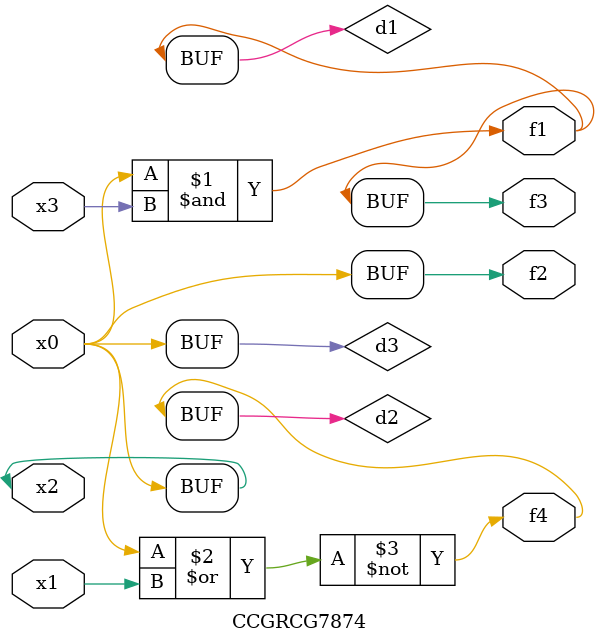
<source format=v>
module CCGRCG7874(
	input x0, x1, x2, x3,
	output f1, f2, f3, f4
);

	wire d1, d2, d3;

	and (d1, x2, x3);
	nor (d2, x0, x1);
	buf (d3, x0, x2);
	assign f1 = d1;
	assign f2 = d3;
	assign f3 = d1;
	assign f4 = d2;
endmodule

</source>
